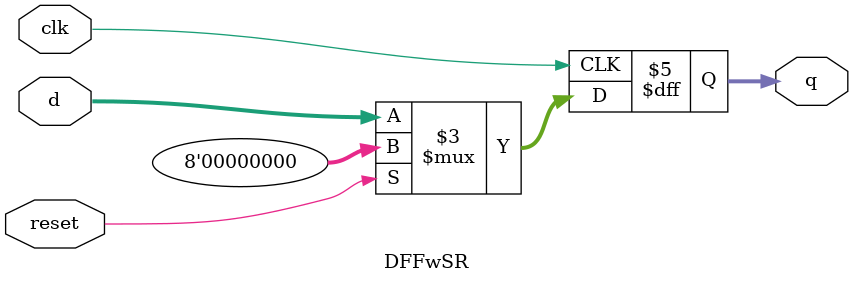
<source format=sv>
module DFFwSR (
    input  logic clk,
    input  logic reset,            // Synchronous reset
    input  logic [7:0] d,
    output logic [7:0] q
);
    always @(posedge clk) begin
        if (reset) begin
            q = 8'b0;
        end
        else q = d;
    end
endmodule

</source>
